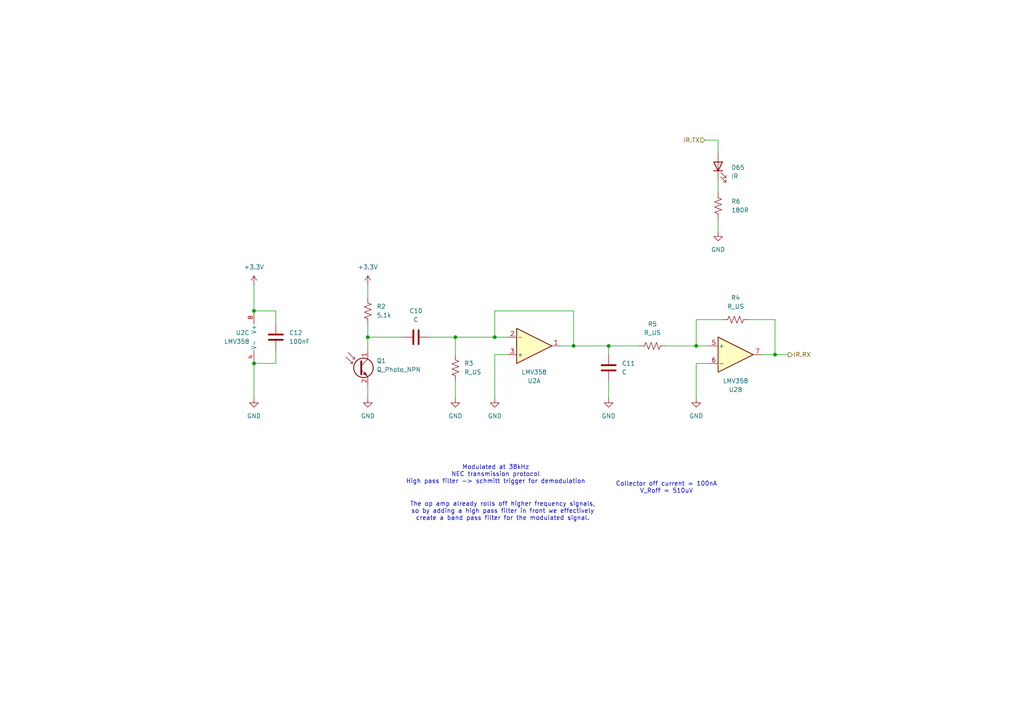
<source format=kicad_sch>
(kicad_sch (version 20231120) (generator "eeschema") (generator_version "8.0")
  (paper "A4")
  (lib_symbols
    (symbol "Amplifier_Operational:LMV358" (pin_names (offset 0.127))
      (property "Reference" "U" (at 0 5.08 0))
      (property "Value" "LMV358" (at 0 -5.08 0))
      (symbol "LMV358_1_1"
        (polyline (pts (xy -5.08 5.08) (xy 5.08 0) (xy -5.08 -5.08) (xy -5.08 5.08)) (stroke (width 0.254)) (fill (type background)))
        (pin output line (at 7.62 0 180) (length 2.54) (name "~") (number "1"))
        (pin input line (at -7.62 -2.54 0) (length 2.54) (name "-") (number "2"))
        (pin input line (at -7.62 2.54 0) (length 2.54) (name "+") (number "3"))
      )
      (symbol "LMV358_2_1"
        (polyline (pts (xy -5.08 5.08) (xy 5.08 0) (xy -5.08 -5.08) (xy -5.08 5.08)) (stroke (width 0.254)) (fill (type background)))
        (pin input line (at -7.62 2.54 0) (length 2.54) (name "+") (number "5"))
        (pin input line (at -7.62 -2.54 0) (length 2.54) (name "-") (number "6"))
        (pin output line (at 7.62 0 180) (length 2.54) (name "~") (number "7"))
      )
      (symbol "LMV358_3_1"
        (pin power_in line (at -2.54 -7.62 90) (length 3.81) (name "V-") (number "4"))
        (pin power_in line (at -2.54 7.62 270) (length 3.81) (name "V+") (number "8"))
      )
    )
    (symbol "Device:C" (pin_numbers hide) (pin_names (offset 0.254))
      (property "Reference" "C" (at 0.635 2.54 0))
      (property "Value" "C" (at 0.635 -2.54 0))
      (symbol "C_0_1"
        (polyline (pts (xy -2.032 -0.762) (xy 2.032 -0.762)) (stroke (width 0.508)))
        (polyline (pts (xy -2.032 0.762) (xy 2.032 0.762)) (stroke (width 0.508)))
      )
      (symbol "C_1_1"
        (pin passive line (at 0 3.81 270) (length 2.794) (name "~") (number "1"))
        (pin passive line (at 0 -3.81 90) (length 2.794) (name "~") (number "2"))
      )
    )
    (symbol "Device:LED" (pin_numbers hide) (pin_names (offset 1.016) hide)
      (property "Reference" "D" (at 0 2.54 0))
      (property "Value" "LED" (at 0 -2.54 0))
      (symbol "LED_0_1"
        (polyline (pts (xy -1.27 -1.27) (xy -1.27 1.27)) (stroke (width 0.254)))
        (polyline (pts (xy -1.27 0) (xy 1.27 0)))
        (polyline (pts (xy 1.27 -1.27) (xy 1.27 1.27) (xy -1.27 0) (xy 1.27 -1.27)) (stroke (width 0.254)))
        (polyline (pts (xy -3.048 -0.762) (xy -4.572 -2.286) (xy -3.81 -2.286) (xy -4.572 -2.286) (xy -4.572 -1.524)))
        (polyline (pts (xy -1.778 -0.762) (xy -3.302 -2.286) (xy -2.54 -2.286) (xy -3.302 -2.286) (xy -3.302 -1.524)))
      )
      (symbol "LED_1_1"
        (pin passive line (at -3.81 0 0) (length 2.54) (name "K") (number "1"))
        (pin passive line (at 3.81 0 180) (length 2.54) (name "A") (number "2"))
      )
    )
    (symbol "Device:Q_Photo_NPN" (pin_names (offset 0) hide)
      (property "Reference" "Q" (at 5.08 1.27 0))
      (property "Value" "Q_Photo_NPN" (at 5.08 -1.27 0))
      (symbol "Q_Photo_NPN_0_1"
        (polyline (pts (xy -1.905 1.27) (xy -2.54 1.27)))
        (polyline (pts (xy -1.27 2.54) (xy -1.905 2.54)))
        (polyline (pts (xy 0.635 0.635) (xy 2.54 2.54)))
        (polyline (pts (xy -3.81 3.175) (xy -1.905 1.27) (xy -1.905 1.905)))
        (polyline (pts (xy -3.175 4.445) (xy -1.27 2.54) (xy -1.27 3.175)))
        (polyline (pts (xy 0.635 -0.635) (xy 2.54 -2.54) (xy 2.54 -2.54)))
        (polyline (pts (xy 0.635 1.905) (xy 0.635 -1.905) (xy 0.635 -1.905)) (stroke (width 0.508)))
        (polyline (pts (xy 1.27 -1.778) (xy 1.778 -1.27) (xy 2.286 -2.286) (xy 1.27 -1.778) (xy 1.27 -1.778)) (fill (type outline)))
        (circle (center 1.27 0) (radius 2.8194) (stroke (width 0.254)))
      )
      (symbol "Q_Photo_NPN_1_1"
        (pin passive line (at 2.54 5.08 270) (length 2.54) (name "C") (number "1"))
        (pin passive line (at 2.54 -5.08 90) (length 2.54) (name "E") (number "2"))
      )
    )
    (symbol "Device:R_US" (pin_numbers hide) (pin_names (offset 0))
      (property "Reference" "R" (at 2.54 0 90))
      (property "Value" "R_US" (at -2.54 0 90))
      (symbol "R_US_0_1"
        (polyline (pts (xy 0 -2.286) (xy 0 -2.54)))
        (polyline (pts (xy 0 2.286) (xy 0 2.54)))
        (polyline (pts (xy 0 -0.762) (xy 1.016 -1.143) (xy 0 -1.524) (xy -1.016 -1.905) (xy 0 -2.286)))
        (polyline (pts (xy 0 0.762) (xy 1.016 0.381) (xy 0 0) (xy -1.016 -0.381) (xy 0 -0.762)))
        (polyline (pts (xy 0 2.286) (xy 1.016 1.905) (xy 0 1.524) (xy -1.016 1.143) (xy 0 0.762)))
      )
      (symbol "R_US_1_1"
        (pin passive line (at 0 3.81 270) (length 1.27) (name "~") (number "1"))
        (pin passive line (at 0 -3.81 90) (length 1.27) (name "~") (number "2"))
      )
    )
    (symbol "power:+3.3V" (power) (pin_numbers hide) (pin_names (offset 0) hide)
      (property "Value" "+3.3V" (at 0 3.556 0))
      (symbol "+3.3V_0_1"
        (polyline (pts (xy -0.762 1.27) (xy 0 2.54)))
        (polyline (pts (xy 0 0) (xy 0 2.54)))
        (polyline (pts (xy 0 2.54) (xy 0.762 1.27)))
      )
      (symbol "+3.3V_1_1"
        (pin power_in line (at 0 0 90) (length 0) (name "~") (number "1"))
      )
    )
    (symbol "power:GND" (power) (pin_numbers hide) (pin_names (offset 0) hide)
      (property "Value" "GND" (at 0 -3.81 0))
      (symbol "GND_0_1"
        (polyline (pts (xy 0 0) (xy 0 -1.27) (xy 1.27 -1.27) (xy 0 -2.54) (xy -1.27 -1.27) (xy 0 -1.27)))
      )
      (symbol "GND_1_1"
        (pin power_in line (at 0 0 270) (length 0) (name "~") (number "1"))
      )
    )
  )
  (junction (at 143.51 97.79))
  (junction (at 166.37 100.33))
  (junction (at 106.68 97.79))
  (junction (at 132.08 97.79))
  (junction (at 201.93 100.33))
  (junction (at 224.79 102.87))
  (junction (at 73.66 90.17))
  (junction (at 73.66 105.41))
  (junction (at 176.53 100.33))
  (wire (pts (xy 143.51 102.87) (xy 147.32 102.87)))
  (wire (pts (xy 166.37 100.33) (xy 162.56 100.33)))
  (wire (pts (xy 143.51 115.57) (xy 143.51 102.87)))
  (wire (pts (xy 193.04 100.33) (xy 201.93 100.33)))
  (wire (pts (xy 106.68 97.79) (xy 116.84 97.79)))
  (wire (pts (xy 176.53 100.33) (xy 176.53 102.87)))
  (wire (pts (xy 132.08 115.57) (xy 132.08 110.49)))
  (wire (pts (xy 176.53 100.33) (xy 166.37 100.33)))
  (wire (pts (xy 208.28 67.31) (xy 208.28 63.5)))
  (wire (pts (xy 224.79 102.87) (xy 220.98 102.87)))
  (wire (pts (xy 201.93 100.33) (xy 201.93 92.71)))
  (wire (pts (xy 201.93 105.41) (xy 205.74 105.41)))
  (wire (pts (xy 208.28 55.88) (xy 208.28 52.07)))
  (wire (pts (xy 201.93 115.57) (xy 201.93 105.41)))
  (wire (pts (xy 106.68 93.98) (xy 106.68 97.79)))
  (wire (pts (xy 106.68 115.57) (xy 106.68 111.76)))
  (wire (pts (xy 166.37 90.17) (xy 166.37 100.33)))
  (wire (pts (xy 106.68 82.55) (xy 106.68 86.36)))
  (wire (pts (xy 132.08 97.79) (xy 124.46 97.79)))
  (wire (pts (xy 224.79 92.71) (xy 224.79 102.87)))
  (wire (pts (xy 73.66 115.57) (xy 73.66 105.41)))
  (wire (pts (xy 204.47 40.64) (xy 208.28 40.64)))
  (wire (pts (xy 80.01 105.41) (xy 73.66 105.41)))
  (wire (pts (xy 80.01 93.98) (xy 80.01 90.17)))
  (wire (pts (xy 176.53 115.57) (xy 176.53 110.49)))
  (wire (pts (xy 143.51 90.17) (xy 166.37 90.17)))
  (wire (pts (xy 205.74 100.33) (xy 201.93 100.33)))
  (wire (pts (xy 217.17 92.71) (xy 224.79 92.71)))
  (wire (pts (xy 201.93 92.71) (xy 209.55 92.71)))
  (wire (pts (xy 132.08 102.87) (xy 132.08 97.79)))
  (wire (pts (xy 143.51 97.79) (xy 143.51 90.17)))
  (wire (pts (xy 132.08 97.79) (xy 143.51 97.79)))
  (wire (pts (xy 106.68 97.79) (xy 106.68 101.6)))
  (wire (pts (xy 208.28 40.64) (xy 208.28 44.45)))
  (wire (pts (xy 80.01 90.17) (xy 73.66 90.17)))
  (wire (pts (xy 147.32 97.79) (xy 143.51 97.79)))
  (wire (pts (xy 80.01 101.6) (xy 80.01 105.41)))
  (wire (pts (xy 73.66 82.55) (xy 73.66 90.17)))
  (wire (pts (xy 176.53 100.33) (xy 185.42 100.33)))
  (wire (pts (xy 224.79 102.87) (xy 228.6 102.87)))
  (text "Modulated at 38kHz\nNEC transmission protocol\nHigh pass filter -> schmitt trigger for demodulation" (at 143.764 137.668 0) (effects (font (size 1.27 1.27))))
  (text "Collector off current = 100nA\nV_Roff = 510uV\n\n" (at 193.294 142.494 0) (effects (font (size 1.27 1.27))))
  (text "The op amp already rolls off higher frequency signals,\nso by adding a high pass filter in front we effectively\ncreate a band pass filter for the modulated signal." (at 145.796 148.336 0) (effects (font (size 1.27 1.27))))
  (hierarchical_label "IR.TX" (shape input) (at 204.47 40.64 180))
  (hierarchical_label "IR.RX" (shape output) (at 228.6 102.87 0))
  (symbol (lib_id "Device:R_US") (at 189.23 100.33 90) (unit 1)
    (property "Reference" "R5" (at 189.23 93.98 90))
    (property "Value" "R_US" (at 189.23 96.52 90))
    (property "Footprint" "Resistor_SMD:R_0805_2012Metric_Pad1.20x1.40mm_HandSolder" (effects (hide yes)))
    (property "Description" "Resistor, US symbol" (effects (hide yes)))
  )
  (symbol (lib_id "Device:R_US") (at 208.28 59.69 0) (unit 1)
    (property "Reference" "R6" (at 212.09 58.42 0) (effects (justify left)))
    (property "Value" "180R" (at 212.09 60.96 0) (effects (justify left)))
    (property "Footprint" "Resistor_SMD:R_0805_2012Metric_Pad1.20x1.40mm_HandSolder" (effects (hide yes)))
    (property "Description" "Resistor, US symbol" (effects (hide yes)))
  )
  (symbol (lib_id "power:+3.3V") (at 73.66 82.55 0) (unit 1)
    (property "Reference" "#PWR023" (effects (hide yes)))
    (property "Value" "+3.3V" (at 73.66 77.47 0))
    (property "Description" "Power symbol creates a global label with name \"+3.3V\"" (effects (hide yes)))
  )
  (symbol (lib_id "Device:R_US") (at 213.36 92.71 90) (unit 1)
    (property "Reference" "R4" (at 213.36 86.36 90))
    (property "Value" "R_US" (at 213.36 88.9 90))
    (property "Footprint" "Resistor_SMD:R_0805_2012Metric_Pad1.20x1.40mm_HandSolder" (effects (hide yes)))
    (property "Description" "Resistor, US symbol" (effects (hide yes)))
  )
  (symbol (lib_id "Device:R_US") (at 106.68 90.17 0) (unit 1)
    (property "Reference" "R2" (at 109.22 88.8999 0) (effects (justify left)))
    (property "Value" "5.1k" (at 109.22 91.4399 0) (effects (justify left)))
    (property "Footprint" "Resistor_SMD:R_0805_2012Metric_Pad1.20x1.40mm_HandSolder" (effects (hide yes)))
    (property "Description" "Resistor, US symbol" (effects (hide yes)))
  )
  (symbol (lib_id "power:+3.3V") (at 106.68 82.55 0) (unit 1)
    (property "Reference" "#PWR016" (effects (hide yes)))
    (property "Value" "+3.3V" (at 106.68 77.47 0))
    (property "Description" "Power symbol creates a global label with name \"+3.3V\"" (effects (hide yes)))
  )
  (symbol (lib_id "power:GND") (at 143.51 115.57 0) (unit 1)
    (property "Reference" "#PWR019" (effects (hide yes)))
    (property "Value" "GND" (at 143.51 120.65 0))
    (property "Description" "Power symbol creates a global label with name \"GND\" , ground" (effects (hide yes)))
  )
  (symbol (lib_id "power:GND") (at 201.93 115.57 0) (unit 1)
    (property "Reference" "#PWR021" (effects (hide yes)))
    (property "Value" "GND" (at 201.93 120.65 0))
    (property "Description" "Power symbol creates a global label with name \"GND\" , ground" (effects (hide yes)))
  )
  (symbol (lib_id "Device:LED") (at 208.28 48.26 90) (unit 1)
    (property "Reference" "D65" (at 212.09 48.5774 90) (effects (justify right)))
    (property "Value" "IR" (at 212.09 51.1174 90) (effects (justify right)))
    (property "Footprint" "LED_THT:LED_D5.0mm_Horizontal_O1.27mm_Z3.0mm_Clear" (effects (hide yes)))
    (property "Datasheet" "https://www.everlight.com.cn/wp-content/plugins/ItemRelationship/product_files/pdf/IR333-A.pdf" (effects (hide yes)))
    (property "Description" "Light emitting diode" (effects (hide yes)))
  )
  (symbol (lib_id "Device:Q_Photo_NPN") (at 104.14 106.68 0) (unit 1)
    (property "Reference" "Q1" (at 109.22 104.6606 0) (effects (justify left)))
    (property "Value" "Q_Photo_NPN" (at 109.22 107.2006 0) (effects (justify left)))
    (property "Footprint" "LED_THT:LED_D5.0mm_Horizontal_O1.27mm_Z3.0mm" (effects (hide yes)))
    (property "Datasheet" "https://www.everlight.com.cn/wp-content/plugins/ItemRelationship/product_files/pdf/DPT-0000263_PT334-6B_datasheet_V4.pdf" (effects (hide yes)))
    (property "Description" "NPN phototransistor, collector/emitter" (effects (hide yes)))
  )
  (symbol (lib_id "Device:C") (at 80.01 97.79 0) (unit 1)
    (property "Reference" "C12" (at 83.82 96.5199 0) (effects (justify left)))
    (property "Value" "100nF" (at 83.82 99.0599 0) (effects (justify left)))
    (property "Footprint" "Capacitor_SMD:C_0805_2012Metric_Pad1.18x1.45mm_HandSolder" (effects (hide yes)))
    (property "Description" "Unpolarized capacitor" (effects (hide yes)))
  )
  (symbol (lib_id "power:GND") (at 132.08 115.57 0) (unit 1)
    (property "Reference" "#PWR018" (effects (hide yes)))
    (property "Value" "GND" (at 132.08 120.65 0))
    (property "Description" "Power symbol creates a global label with name \"GND\" , ground" (effects (hide yes)))
  )
  (symbol (lib_id "power:GND") (at 208.28 67.31 0) (unit 1)
    (property "Reference" "#PWR024" (effects (hide yes)))
    (property "Value" "GND" (at 208.28 72.39 0))
    (property "Description" "Power symbol creates a global label with name \"GND\" , ground" (effects (hide yes)))
  )
  (symbol (lib_id "Amplifier_Operational:LMV358") (at 213.36 102.87 0) (unit 2)
    (property "Reference" "U2" (at 213.36 113.03 0))
    (property "Value" "LMV358" (at 213.36 110.49 0))
    (property "Footprint" "Package_SO:SOP-8_6.605x9.655mm_P2.54mm" (effects (hide yes)))
    (property "Datasheet" "https://www.lcsc.com/datasheet/lcsc_datasheet_2206101816_Gainsil-LMV358-SR_C362274.pdf" (effects (hide yes)))
    (property "Description" "Dual Low-Voltage Rail-to-Rail Output Operational Amplifiers, SOIC-8/SSOP-8" (effects (hide yes)))
  )
  (symbol (lib_id "Amplifier_Operational:LMV358") (at 154.94 100.33 0) (mirror x) (unit 1)
    (property "Reference" "U2" (at 154.94 110.49 0))
    (property "Value" "LMV358" (at 154.94 107.95 0))
    (property "Footprint" "Package_SO:SOP-8_6.605x9.655mm_P2.54mm" (effects (hide yes)))
    (property "Datasheet" "https://www.lcsc.com/datasheet/lcsc_datasheet_2206101816_Gainsil-LMV358-SR_C362274.pdf" (effects (hide yes)))
    (property "Description" "Dual Low-Voltage Rail-to-Rail Output Operational Amplifiers, SOIC-8/SSOP-8" (effects (hide yes)))
  )
  (symbol (lib_id "power:GND") (at 73.66 115.57 0) (unit 1)
    (property "Reference" "#PWR022" (effects (hide yes)))
    (property "Value" "GND" (at 73.66 120.65 0))
    (property "Description" "Power symbol creates a global label with name \"GND\" , ground" (effects (hide yes)))
  )
  (symbol (lib_id "power:GND") (at 106.68 115.57 0) (unit 1)
    (property "Reference" "#PWR017" (effects (hide yes)))
    (property "Value" "GND" (at 106.68 120.65 0))
    (property "Description" "Power symbol creates a global label with name \"GND\" , ground" (effects (hide yes)))
  )
  (symbol (lib_id "Device:C") (at 176.53 106.68 180) (unit 1)
    (property "Reference" "C11" (at 180.34 105.4099 0) (effects (justify right)))
    (property "Value" "C" (at 180.34 107.9499 0) (effects (justify right)))
    (property "Footprint" "Capacitor_SMD:C_0805_2012Metric_Pad1.18x1.45mm_HandSolder" (effects (hide yes)))
    (property "Description" "Unpolarized capacitor" (effects (hide yes)))
  )
  (symbol (lib_id "Device:R_US") (at 132.08 106.68 0) (unit 1)
    (property "Reference" "R3" (at 134.62 105.4099 0) (effects (justify left)))
    (property "Value" "R_US" (at 134.62 107.9499 0) (effects (justify left)))
    (property "Footprint" "Resistor_SMD:R_0805_2012Metric_Pad1.20x1.40mm_HandSolder" (effects (hide yes)))
    (property "Description" "Resistor, US symbol" (effects (hide yes)))
  )
  (symbol (lib_id "Amplifier_Operational:LMV358") (at 71.12 97.79 0) (mirror y) (unit 3)
    (property "Reference" "U2" (at 72.39 96.5199 0) (effects (justify left)))
    (property "Value" "LMV358" (at 72.39 99.0599 0) (effects (justify left)))
    (property "Footprint" "Package_SO:SOP-8_6.605x9.655mm_P2.54mm" (effects (hide yes)))
    (property "Datasheet" "https://www.lcsc.com/datasheet/lcsc_datasheet_2206101816_Gainsil-LMV358-SR_C362274.pdf" (effects (hide yes)))
    (property "Description" "Dual Low-Voltage Rail-to-Rail Output Operational Amplifiers, SOIC-8/SSOP-8" (effects (hide yes)))
  )
  (symbol (lib_id "Device:C") (at 120.65 97.79 90) (unit 1)
    (property "Reference" "C10" (at 120.65 90.17 90))
    (property "Value" "C" (at 120.65 92.71 90))
    (property "Footprint" "Capacitor_SMD:C_0805_2012Metric_Pad1.18x1.45mm_HandSolder" (effects (hide yes)))
    (property "Description" "Unpolarized capacitor" (effects (hide yes)))
  )
  (symbol (lib_id "power:GND") (at 176.53 115.57 0) (unit 1)
    (property "Reference" "#PWR020" (effects (hide yes)))
    (property "Value" "GND" (at 176.53 120.65 0))
    (property "Description" "Power symbol creates a global label with name \"GND\" , ground" (effects (hide yes)))
  )
)
</source>
